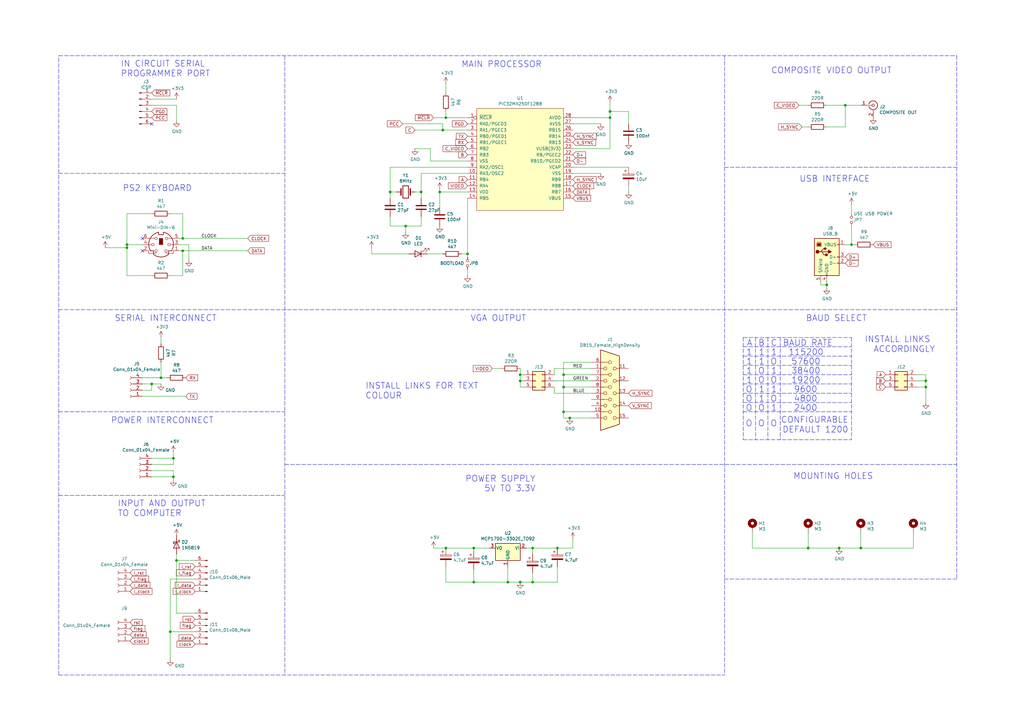
<source format=kicad_sch>
(kicad_sch (version 20211123) (generator eeschema)
  (paper "A3")
  (title_block (title "ASCII VIDEO TERMINAL") (date "2021-07-18") (rev "1.0") (company "Silicon Chip") (comment 1 "Desiged by Geoff Graham") (comment 2 "PCB by Gwyllym Suter") (comment 3 "Source code https://geoffg.net/terminal.html"))
  (lib_symbols
    (symbol "Connector:Conn_01x04_Female" (pin_names (offset 1.016) hide)
      (property "Reference" "J" (at 0 5.08 0))
      (property "Value" "Conn_01x04_Female" (at 0 -7.62 0))
      (symbol "Conn_01x04_Female_1_1"
        (pin passive line (at -5.08 2.54 0) (length 3.81) (name "Pin_1") (number "1"))
        (pin passive line (at -5.08 0 0) (length 3.81) (name "Pin_2") (number "2"))
        (pin passive line (at -5.08 -2.54 0) (length 3.81) (name "Pin_3") (number "3"))
        (pin passive line (at -5.08 -5.08 0) (length 3.81) (name "Pin_4") (number "4"))
      )
    )
    (symbol "Connector:Conn_01x06_Male" (pin_names (offset 1.016) hide)
      (property "Reference" "J" (at 0 7.62 0))
      (property "Value" "Conn_01x06_Male" (at 0 -10.16 0))
      (symbol "Conn_01x06_Male_1_1"
        (pin passive line (at 5.08 5.08 180) (length 3.81) (name "Pin_1") (number "1"))
        (pin passive line (at 5.08 2.54 180) (length 3.81) (name "Pin_2") (number "2"))
        (pin passive line (at 5.08 0 180) (length 3.81) (name "Pin_3") (number "3"))
        (pin passive line (at 5.08 -2.54 180) (length 3.81) (name "Pin_4") (number "4"))
        (pin passive line (at 5.08 -5.08 180) (length 3.81) (name "Pin_5") (number "5"))
        (pin passive line (at 5.08 -7.62 180) (length 3.81) (name "Pin_6") (number "6"))
      )
    )
    (symbol "Connector:Conn_Coaxial" (pin_names (offset 1.016) hide)
      (property "Reference" "J" (at 0.254 3.048 0))
      (property "Value" "Conn_Coaxial" (at 2.921 0 90))
      (symbol "Conn_Coaxial_1_1"
        (pin passive line (at -5.08 0 0) (length 2.54) (name "In") (number "1"))
        (pin passive line (at 0 -5.08 90) (length 2.54) (name "Ext") (number "2"))
      )
    )
    (symbol "Connector:DB15_Female_HighDensity" (pin_names (offset 1.016) hide)
      (property "Reference" "J" (at 0 21.59 0))
      (property "Value" "DB15_Female_HighDensity" (at 0 19.05 0))
      (symbol "DB15_Female_HighDensity_1_1"
        (pin passive line (at -7.62 10.16 0) (length 5.08) (name "~") (number "1"))
        (pin passive line (at -7.62 -7.62 0) (length 5.08) (name "~") (number "10"))
        (pin passive line (at 7.62 10.16 180) (length 5.08) (name "~") (number "11"))
        (pin passive line (at 7.62 5.08 180) (length 5.08) (name "~") (number "12"))
        (pin passive line (at 7.62 0 180) (length 5.08) (name "~") (number "13"))
        (pin passive line (at 7.62 -5.08 180) (length 5.08) (name "~") (number "14"))
        (pin passive line (at 7.62 -10.16 180) (length 5.08) (name "~") (number "15"))
        (pin passive line (at -7.62 5.08 0) (length 5.08) (name "~") (number "2"))
        (pin passive line (at -7.62 0 0) (length 5.08) (name "~") (number "3"))
        (pin passive line (at -7.62 -5.08 0) (length 5.08) (name "~") (number "4"))
        (pin passive line (at -7.62 -10.16 0) (length 5.08) (name "~") (number "5"))
        (pin passive line (at -7.62 12.7 0) (length 5.08) (name "~") (number "6"))
        (pin passive line (at -7.62 7.62 0) (length 5.08) (name "~") (number "7"))
        (pin passive line (at -7.62 2.54 0) (length 5.08) (name "~") (number "8"))
        (pin passive line (at -7.62 -2.54 0) (length 5.08) (name "~") (number "9"))
      )
    )
    (symbol "Connector:Mini-DIN-6" (pin_names (offset 1.016))
      (property "Reference" "J" (at 0 6.35 0))
      (property "Value" "Mini-DIN-6" (at 0 -6.35 0))
      (symbol "Mini-DIN-6_1_1"
        (pin passive line (at 7.62 -2.54 180) (length 2.54) (name "~") (number "1"))
        (pin passive line (at -7.62 -2.54 0) (length 2.54) (name "~") (number "2"))
        (pin passive line (at 7.62 0 180) (length 2.54) (name "~") (number "3"))
        (pin passive line (at -7.62 0 0) (length 2.54) (name "~") (number "4"))
        (pin passive line (at 7.62 2.54 180) (length 2.54) (name "~") (number "5"))
        (pin passive line (at -7.62 2.54 0) (length 2.54) (name "~") (number "6"))
      )
    )
    (symbol "Connector:USB_B" (pin_names (offset 1.016))
      (property "Reference" "J" (at -5.08 11.43 0))
      (property "Value" "USB_B" (at -5.08 8.89 0))
      (symbol "USB_B_1_1"
        (pin power_out line (at 7.62 5.08 180) (length 2.54) (name "VBUS") (number "1"))
        (pin bidirectional line (at 7.62 -2.54 180) (length 2.54) (name "D-") (number "2"))
        (pin bidirectional line (at 7.62 0 180) (length 2.54) (name "D+") (number "3"))
        (pin power_out line (at 0 -10.16 90) (length 2.54) (name "GND") (number "4"))
        (pin passive line (at -2.54 -10.16 90) (length 2.54) (name "Shield") (number "5"))
      )
    )
    (symbol "Connector_Generic:Conn_02x03_Odd_Even" (pin_names (offset 1.016) hide)
      (property "Reference" "J" (at 1.27 5.08 0))
      (property "Value" "Conn_02x03_Odd_Even" (at 1.27 -5.08 0))
      (symbol "Conn_02x03_Odd_Even_1_1"
        (pin passive line (at -5.08 2.54 0) (length 3.81) (name "Pin_1") (number "1"))
        (pin passive line (at 7.62 2.54 180) (length 3.81) (name "Pin_2") (number "2"))
        (pin passive line (at -5.08 0 0) (length 3.81) (name "Pin_3") (number "3"))
        (pin passive line (at 7.62 0 180) (length 3.81) (name "Pin_4") (number "4"))
        (pin passive line (at -5.08 -2.54 0) (length 3.81) (name "Pin_5") (number "5"))
        (pin passive line (at 7.62 -2.54 180) (length 3.81) (name "Pin_6") (number "6"))
      )
    )
    (symbol "Device:C" (pin_numbers hide) (pin_names (offset 0.254))
      (property "Reference" "C" (at 0.635 2.54 0))
      (property "Value" "C" (at 0.635 -2.54 0))
      (symbol "C_1_1"
        (pin passive line (at 0 3.81 270) (length 2.794) (name "~") (number "1"))
        (pin passive line (at 0 -3.81 90) (length 2.794) (name "~") (number "2"))
      )
    )
    (symbol "Device:Crystal" (pin_numbers hide) (pin_names (offset 1.016) hide)
      (property "Reference" "Y" (at 0 3.81 0))
      (property "Value" "Crystal" (at 0 -3.81 0))
      (symbol "Crystal_1_1"
        (pin passive line (at -3.81 0 0) (length 1.27) (name "1") (number "1"))
        (pin passive line (at 3.81 0 180) (length 1.27) (name "2") (number "2"))
      )
    )
    (symbol "Device:LED" (pin_numbers hide) (pin_names (offset 1.016) hide)
      (property "Reference" "D" (at 0 2.54 0))
      (property "Value" "LED" (at 0 -2.54 0))
      (symbol "LED_1_1"
        (pin passive line (at -3.81 0 0) (length 2.54) (name "K") (number "1"))
        (pin passive line (at 3.81 0 180) (length 2.54) (name "A") (number "2"))
      )
    )
    (symbol "Device:R" (pin_numbers hide) (pin_names (offset 0))
      (property "Reference" "R" (at 2.032 0 90))
      (property "Value" "R" (at 0 0 90))
      (symbol "R_1_1"
        (pin passive line (at 0 3.81 270) (length 1.27) (name "~") (number "1"))
        (pin passive line (at 0 -3.81 90) (length 1.27) (name "~") (number "2"))
      )
    )
    (symbol "Diode:1N5819" (pin_numbers hide) (pin_names (offset 1.016) hide)
      (property "Reference" "D" (at 0 2.54 0))
      (property "Value" "1N5819" (at 0 -2.54 0))
      (symbol "1N5819_1_1"
        (pin passive line (at -3.81 0 0) (length 2.54) (name "K") (number "1"))
        (pin passive line (at 3.81 0 180) (length 2.54) (name "A") (number "2"))
      )
    )
    (symbol "Mechanical:MountingHole_Pad" (pin_numbers hide) (pin_names (offset 1.016) hide)
      (property "Reference" "H" (at 0 6.35 0))
      (property "Value" "MountingHole_Pad" (at 0 4.445 0))
      (symbol "MountingHole_Pad_1_1"
        (pin input line (at 0 -2.54 90) (length 2.54) (name "1") (number "1"))
      )
    )
    (symbol "Regulator_Linear:MCP1700-3302E_TO92" (pin_names (offset 0.254))
      (property "Reference" "U" (at -3.81 -3.175 0))
      (property "Value" "MCP1700-3302E_TO92" (at 0 -3.175 0))
      (symbol "MCP1700-3302E_TO92_1_1"
        (pin power_in line (at 0 7.62 270) (length 2.54) (name "GND") (number "1"))
        (pin power_in line (at -7.62 0 0) (length 2.54) (name "VI") (number "2"))
        (pin power_out line (at 7.62 0 180) (length 2.54) (name "VO") (number "3"))
      )
    )
    (symbol "Video-terminal--rescue:+3.3V-power" (power) (pin_names (offset 0))
      (property "Value" "+3.3V-power" (at 0 3.556 0))
      (symbol "+3.3V-power_1_1"
        (pin power_in line (at 0 0 90) (length 0) hide (name "+3V3") (number "1"))
      )
    )
    (symbol "Video-terminal--rescue:CP-Device" (pin_numbers hide) (pin_names (offset 0.254))
      (property "Reference" "C" (at 0.635 2.54 0))
      (property "Value" "CP-Device" (at 0.635 -2.54 0))
      (symbol "CP-Device_1_1"
        (pin passive line (at 0 3.81 270) (length 2.794) (name "~") (number "1"))
        (pin passive line (at 0 -3.81 90) (length 2.794) (name "~") (number "2"))
      )
    )
    (symbol "Video-terminal--rescue:Jumper_NO_Small-Device" (pin_numbers hide) (pin_names (offset 0.762) hide)
      (property "Reference" "JP" (at 0 2.032 0))
      (property "Value" "Jumper_NO_Small-Device" (at 0.254 -1.524 0))
      (symbol "Jumper_NO_Small-Device_0_1"
        (pin passive line (at -2.54 0 0) (length 1.016) (name "1") (number "1"))
        (pin passive line (at 2.54 0 180) (length 1.016) (name "2") (number "2"))
      )
    )
    (symbol "Video-terminal--rescue:PIC32MX250F128B-EDUC-8" (pin_names (offset 1.016))
      (property "Reference" "U" (at 0 0 0))
      (property "Value" "PIC32MX250F128B-EDUC-8" (at -11.43 21.59 0))
      (symbol "PIC32MX250F128B-EDUC-8_1_1"
        (pin input inverted (at -21.59 16.51 0) (length 3.81) (name "~{MCLR}") (number "1"))
        (pin input line (at -21.59 -6.35 0) (length 3.81) (name "RA3/OSC2") (number "10"))
        (pin input line (at -21.59 -8.89 0) (length 3.81) (name "RB4") (number "11"))
        (pin input line (at -21.59 -11.43 0) (length 3.81) (name "RA4") (number "12"))
        (pin input line (at -21.59 -13.97 0) (length 3.81) (name "VDD") (number "13"))
        (pin input line (at -21.59 -16.51 0) (length 3.81) (name "RB5") (number "14"))
        (pin input line (at 21.59 -16.51 180) (length 3.81) (name "VBUS") (number "15"))
        (pin input line (at 21.59 -13.97 180) (length 3.81) (name "RB7") (number "16"))
        (pin input line (at 21.59 -11.43 180) (length 3.81) (name "RB8") (number "17"))
        (pin input line (at 21.59 -8.89 180) (length 3.81) (name "RB9") (number "18"))
        (pin input line (at 21.59 -6.35 180) (length 3.81) (name "VSS") (number "19"))
        (pin input line (at -21.59 13.97 0) (length 3.81) (name "RA0/PGED3") (number "2"))
        (pin input line (at 21.59 -3.81 180) (length 3.81) (name "VCAP") (number "20"))
        (pin input line (at 21.59 -1.27 180) (length 3.81) (name "RB10/PGED2") (number "21"))
        (pin input line (at 21.59 1.27 180) (length 3.81) (name "RB/PGEC2") (number "22"))
        (pin input line (at 21.59 3.81 180) (length 3.81) (name "VUSB(3V3)") (number "23"))
        (pin input line (at 21.59 6.35 180) (length 3.81) (name "RB13") (number "24"))
        (pin input line (at 21.59 8.89 180) (length 3.81) (name "RB14") (number "25"))
        (pin input line (at 21.59 11.43 180) (length 3.81) (name "RB15") (number "26"))
        (pin input line (at 21.59 13.97 180) (length 3.81) (name "AVSS") (number "27"))
        (pin input line (at 21.59 16.51 180) (length 3.81) (name "AVDD") (number "28"))
        (pin input line (at -21.59 11.43 0) (length 3.81) (name "RA1/PGEC3") (number "3"))
        (pin input line (at -21.59 8.89 0) (length 3.81) (name "RB0/PGED1") (number "4"))
        (pin input line (at -21.59 6.35 0) (length 3.81) (name "RB1/PGEC1") (number "5"))
        (pin input line (at -21.59 3.81 0) (length 3.81) (name "RB2") (number "6"))
        (pin input line (at -21.59 1.27 0) (length 3.81) (name "RB3") (number "7"))
        (pin input line (at -21.59 -1.27 0) (length 3.81) (name "VSS") (number "8"))
        (pin input line (at -21.59 -3.81 0) (length 3.81) (name "RA2/OSC1") (number "9"))
      )
    )
    (symbol "power:+5V" (power) (pin_names (offset 0))
      (property "Value" "+5V" (at 0 3.556 0))
      (symbol "+5V_1_1"
        (pin power_in line (at 0 0 90) (length 0) hide (name "+5V") (number "1"))
      )
    )
    (symbol "power:GND" (power) (pin_names (offset 0))
      (property "Value" "GND" (at 0 -3.81 0))
      (symbol "GND_1_1"
        (pin power_in line (at 0 0 270) (length 0) hide (name "GND") (number "1"))
      )
    )
  )
  (junction (at 74.93 102.87))
  (junction (at 379.73 158.75))
  (junction (at 69.85 259.08))
  (junction (at 166.37 92.71))
  (junction (at 339.09 116.84))
  (junction (at 194.31 238.76))
  (junction (at 218.44 238.76))
  (junction (at 182.88 224.79))
  (junction (at 180.34 78.74))
  (junction (at 52.07 100.33))
  (junction (at 250.19 48.26))
  (junction (at 228.6 224.79))
  (junction (at 172.72 78.74))
  (junction (at 71.12 187.96))
  (junction (at 231.14 168.91))
  (junction (at 353.06 224.79))
  (junction (at 379.73 156.21))
  (junction (at 52.07 101.6))
  (junction (at 194.31 224.79))
  (junction (at 231.14 158.75))
  (junction (at 182.88 48.26))
  (junction (at 213.36 153.67))
  (junction (at 331.47 224.79))
  (junction (at 233.68 171.45))
  (junction (at 191.77 104.14))
  (junction (at 72.39 229.87))
  (junction (at 250.19 45.72))
  (junction (at 346.71 43.18))
  (junction (at 349.25 100.33))
  (junction (at 66.04 154.94))
  (junction (at 218.44 224.79))
  (junction (at 74.93 97.79))
  (junction (at 344.17 224.79))
  (junction (at 208.28 238.76))
  (junction (at 71.12 195.58))
  (junction (at 213.36 238.76))
  (junction (at 231.14 153.67))
  (junction (at 181.61 53.34))
  (junction (at 62.23 157.48))
  (junction (at 160.02 78.74))
  (junction (at 213.36 156.21))
  (no_connect (at 58.42 97.79))
  (no_connect (at 58.42 102.87))
  (no_connect (at 62.23 50.8))
  (wire (pts (xy 62.23 40.64) (xy 72.39 40.64)))
  (wire (pts (xy 71.12 187.96) (xy 71.12 185.42)))
  (wire (pts (xy 349.25 92.71) (xy 349.25 100.33)))
  (wire (pts (xy 62.23 157.48) (xy 66.04 157.48)))
  (wire (pts (xy 234.95 68.58) (xy 257.81 68.58)))
  (wire (pts (xy 176.53 66.04) (xy 176.53 60.96)))
  (wire (pts (xy 166.37 95.25) (xy 166.37 92.71)))
  (polyline (pts (xy 304.8 142.24) (xy 349.25 142.24)))
  (wire (pts (xy 379.73 156.21) (xy 379.73 158.75)))
  (wire (pts (xy 214.63 156.21) (xy 213.36 156.21)))
  (wire (pts (xy 71.12 193.04) (xy 71.12 195.58)))
  (wire (pts (xy 69.85 259.08) (xy 69.85 270.51)))
  (wire (pts (xy 194.31 226.06) (xy 194.31 224.79)))
  (wire (pts (xy 62.23 190.5) (xy 71.12 190.5)))
  (wire (pts (xy 66.04 154.94) (xy 58.42 154.94)))
  (wire (pts (xy 182.88 224.79) (xy 194.31 224.79)))
  (wire (pts (xy 327.66 43.18) (xy 331.47 43.18)))
  (wire (pts (xy 213.36 158.75) (xy 214.63 158.75)))
  (wire (pts (xy 218.44 224.79) (xy 215.9 224.79)))
  (polyline (pts (xy 24.13 22.86) (xy 392.43 22.86)))
  (wire (pts (xy 257.81 76.2) (xy 257.81 78.74)))
  (wire (pts (xy 214.63 153.67) (xy 213.36 153.67)))
  (wire (pts (xy 80.01 229.87) (xy 72.39 229.87)))
  (wire (pts (xy 250.19 48.26) (xy 250.19 60.96)))
  (wire (pts (xy 77.47 100.33) (xy 77.47 106.68)))
  (polyline (pts (xy 304.8 165.1) (xy 349.25 165.1)))
  (wire (pts (xy 194.31 238.76) (xy 208.28 238.76)))
  (wire (pts (xy 69.85 113.03) (xy 74.93 113.03)))
  (wire (pts (xy 52.07 100.33) (xy 58.42 100.33)))
  (wire (pts (xy 182.88 48.26) (xy 177.8 48.26)))
  (wire (pts (xy 308.61 224.79) (xy 331.47 224.79)))
  (wire (pts (xy 71.12 195.58) (xy 71.12 196.85)))
  (wire (pts (xy 191.77 71.12) (xy 172.72 71.12)))
  (wire (pts (xy 213.36 151.13) (xy 213.36 153.67)))
  (polyline (pts (xy 297.18 22.86) (xy 297.18 276.86)))
  (wire (pts (xy 76.2 162.56) (xy 58.42 162.56)))
  (wire (pts (xy 74.93 113.03) (xy 74.93 102.87)))
  (wire (pts (xy 62.23 160.02) (xy 58.42 160.02)))
  (wire (pts (xy 257.81 45.72) (xy 257.81 50.8)))
  (wire (pts (xy 191.77 68.58) (xy 160.02 68.58)))
  (wire (pts (xy 250.19 41.91) (xy 250.19 45.72)))
  (wire (pts (xy 69.85 87.63) (xy 74.93 87.63)))
  (wire (pts (xy 346.71 43.18) (xy 353.06 43.18)))
  (polyline (pts (xy 24.13 127) (xy 392.43 127)))
  (wire (pts (xy 250.19 45.72) (xy 250.19 48.26)))
  (wire (pts (xy 191.77 104.14) (xy 191.77 105.41)))
  (wire (pts (xy 234.95 48.26) (xy 250.19 48.26)))
  (wire (pts (xy 80.01 237.49) (xy 69.85 237.49)))
  (wire (pts (xy 353.06 224.79) (xy 374.65 224.79)))
  (wire (pts (xy 379.73 153.67) (xy 379.73 156.21)))
  (wire (pts (xy 194.31 233.68) (xy 194.31 238.76)))
  (wire (pts (xy 176.53 60.96) (xy 170.18 60.96)))
  (wire (pts (xy 71.12 190.5) (xy 71.12 187.96)))
  (wire (pts (xy 375.92 153.67) (xy 379.73 153.67)))
  (wire (pts (xy 72.39 229.87) (xy 72.39 251.46)))
  (wire (pts (xy 375.92 156.21) (xy 379.73 156.21)))
  (wire (pts (xy 339.09 52.07) (xy 346.71 52.07)))
  (wire (pts (xy 227.33 161.29) (xy 242.57 161.29)))
  (polyline (pts (xy 349.25 138.43) (xy 349.25 180.34)))
  (wire (pts (xy 228.6 238.76) (xy 228.6 232.41)))
  (polyline (pts (xy 297.18 68.58) (xy 392.43 68.58)))
  (wire (pts (xy 172.72 78.74) (xy 172.72 81.28)))
  (wire (pts (xy 218.44 238.76) (xy 228.6 238.76)))
  (wire (pts (xy 182.88 48.26) (xy 191.77 48.26)))
  (polyline (pts (xy 116.84 190.5) (xy 392.43 190.5)))
  (wire (pts (xy 160.02 92.71) (xy 166.37 92.71)))
  (wire (pts (xy 160.02 68.58) (xy 160.02 78.74)))
  (polyline (pts (xy 392.43 22.86) (xy 392.43 237.49)))
  (wire (pts (xy 242.57 158.75) (xy 231.14 158.75)))
  (wire (pts (xy 191.77 110.49) (xy 191.77 113.03)))
  (wire (pts (xy 58.42 157.48) (xy 62.23 157.48)))
  (wire (pts (xy 201.93 151.13) (xy 205.74 151.13)))
  (wire (pts (xy 182.88 34.29) (xy 182.88 38.1)))
  (wire (pts (xy 160.02 78.74) (xy 160.02 81.28)))
  (wire (pts (xy 180.34 78.74) (xy 180.34 77.47)))
  (wire (pts (xy 339.09 43.18) (xy 346.71 43.18)))
  (wire (pts (xy 181.61 104.14) (xy 175.26 104.14)))
  (wire (pts (xy 62.23 113.03) (xy 52.07 113.03)))
  (wire (pts (xy 72.39 43.18) (xy 72.39 49.53)))
  (polyline (pts (xy 116.84 22.86) (xy 116.84 276.86)))
  (polyline (pts (xy 304.8 138.43) (xy 349.25 138.43)))
  (wire (pts (xy 66.04 148.59) (xy 66.04 154.94)))
  (wire (pts (xy 218.44 234.95) (xy 218.44 238.76)))
  (wire (pts (xy 69.85 237.49) (xy 69.85 259.08)))
  (wire (pts (xy 74.93 87.63) (xy 74.93 97.79)))
  (wire (pts (xy 379.73 158.75) (xy 379.73 165.1)))
  (wire (pts (xy 331.47 224.79) (xy 344.17 224.79)))
  (wire (pts (xy 218.44 227.33) (xy 218.44 224.79)))
  (wire (pts (xy 80.01 259.08) (xy 69.85 259.08)))
  (polyline (pts (xy 24.13 168.91) (xy 116.84 168.91)))
  (polyline (pts (xy 304.8 161.29) (xy 349.25 161.29)))
  (wire (pts (xy 349.25 100.33) (xy 350.52 100.33)))
  (wire (pts (xy 227.33 151.13) (xy 242.57 151.13)))
  (polyline (pts (xy 392.43 237.49) (xy 297.18 237.49)))
  (wire (pts (xy 208.28 232.41) (xy 208.28 238.76)))
  (wire (pts (xy 166.37 92.71) (xy 172.72 92.71)))
  (polyline (pts (xy 24.13 276.86) (xy 297.18 276.86)))
  (wire (pts (xy 182.88 45.72) (xy 182.88 48.26)))
  (wire (pts (xy 231.14 153.67) (xy 231.14 148.59)))
  (polyline (pts (xy 24.13 203.2) (xy 116.84 203.2)))
  (wire (pts (xy 62.23 187.96) (xy 71.12 187.96)))
  (polyline (pts (xy 314.96 138.43) (xy 314.96 180.34)))
  (polyline (pts (xy 304.8 149.86) (xy 349.25 149.86)))
  (wire (pts (xy 242.57 153.67) (xy 231.14 153.67)))
  (wire (pts (xy 331.47 218.44) (xy 331.47 224.79)))
  (polyline (pts (xy 304.8 153.67) (xy 349.25 153.67)))
  (wire (pts (xy 246.38 50.8) (xy 234.95 50.8)))
  (wire (pts (xy 189.23 104.14) (xy 191.77 104.14)))
  (wire (pts (xy 152.4 104.14) (xy 167.64 104.14)))
  (polyline (pts (xy 320.04 138.43) (xy 320.04 180.34)))
  (polyline (pts (xy 304.8 168.91) (xy 349.25 168.91)))
  (wire (pts (xy 375.92 158.75) (xy 379.73 158.75)))
  (wire (pts (xy 160.02 78.74) (xy 162.56 78.74)))
  (wire (pts (xy 191.77 66.04) (xy 176.53 66.04)))
  (wire (pts (xy 165.1 50.8) (xy 181.61 50.8)))
  (polyline (pts (xy 304.8 138.43) (xy 304.8 180.34)))
  (wire (pts (xy 182.88 238.76) (xy 194.31 238.76)))
  (wire (pts (xy 182.88 232.41) (xy 182.88 238.76)))
  (wire (pts (xy 180.34 78.74) (xy 180.34 85.09)))
  (wire (pts (xy 62.23 195.58) (xy 71.12 195.58)))
  (wire (pts (xy 328.93 52.07) (xy 331.47 52.07)))
  (wire (pts (xy 234.95 224.79) (xy 228.6 224.79)))
  (wire (pts (xy 177.8 224.79) (xy 182.88 224.79)))
  (wire (pts (xy 231.14 148.59) (xy 242.57 148.59)))
  (wire (pts (xy 336.55 116.84) (xy 339.09 116.84)))
  (wire (pts (xy 160.02 88.9) (xy 160.02 92.71)))
  (wire (pts (xy 52.07 87.63) (xy 52.07 100.33)))
  (wire (pts (xy 172.72 92.71) (xy 172.72 88.9)))
  (wire (pts (xy 346.71 100.33) (xy 349.25 100.33)))
  (wire (pts (xy 344.17 224.79) (xy 353.06 224.79)))
  (wire (pts (xy 74.93 97.79) (xy 73.66 97.79)))
  (wire (pts (xy 233.68 171.45) (xy 231.14 171.45)))
  (wire (pts (xy 74.93 102.87) (xy 73.66 102.87)))
  (wire (pts (xy 208.28 238.76) (xy 213.36 238.76)))
  (wire (pts (xy 74.93 102.87) (xy 101.6 102.87)))
  (polyline (pts (xy 304.8 146.05) (xy 349.25 146.05)))
  (polyline (pts (xy 304.8 157.48) (xy 349.25 157.48)))
  (wire (pts (xy 62.23 193.04) (xy 71.12 193.04)))
  (wire (pts (xy 213.36 153.67) (xy 213.36 156.21)))
  (wire (pts (xy 231.14 158.75) (xy 231.14 153.67)))
  (polyline (pts (xy 24.13 71.12) (xy 116.84 71.12)))
  (wire (pts (xy 172.72 78.74) (xy 170.18 78.74)))
  (wire (pts (xy 172.72 71.12) (xy 172.72 78.74)))
  (wire (pts (xy 308.61 218.44) (xy 308.61 224.79)))
  (wire (pts (xy 339.09 116.84) (xy 339.09 118.11)))
  (wire (pts (xy 228.6 224.79) (xy 218.44 224.79)))
  (wire (pts (xy 52.07 101.6) (xy 43.18 101.6)))
  (wire (pts (xy 234.95 220.98) (xy 234.95 224.79)))
  (wire (pts (xy 213.36 238.76) (xy 218.44 238.76)))
  (wire (pts (xy 66.04 154.94) (xy 68.58 154.94)))
  (wire (pts (xy 246.38 71.12) (xy 234.95 71.12)))
  (wire (pts (xy 242.57 171.45) (xy 233.68 171.45)))
  (wire (pts (xy 191.77 78.74) (xy 180.34 78.74)))
  (wire (pts (xy 194.31 224.79) (xy 200.66 224.79)))
  (wire (pts (xy 339.09 115.57) (xy 339.09 116.84)))
  (wire (pts (xy 336.55 115.57) (xy 336.55 116.84)))
  (wire (pts (xy 62.23 43.18) (xy 72.39 43.18)))
  (wire (pts (xy 52.07 113.03) (xy 52.07 101.6)))
  (wire (pts (xy 74.93 97.79) (xy 101.6 97.79)))
  (wire (pts (xy 72.39 227.33) (xy 72.39 229.87)))
  (wire (pts (xy 73.66 100.33) (xy 77.47 100.33)))
  (wire (pts (xy 80.01 251.46) (xy 72.39 251.46)))
  (wire (pts (xy 152.4 101.6) (xy 152.4 104.14)))
  (wire (pts (xy 62.23 87.63) (xy 52.07 87.63)))
  (polyline (pts (xy 24.13 276.86) (xy 24.13 22.86)))
  (wire (pts (xy 181.61 50.8) (xy 181.61 53.34)))
  (wire (pts (xy 353.06 218.44) (xy 353.06 224.79)))
  (wire (pts (xy 231.14 168.91) (xy 231.14 158.75)))
  (wire (pts (xy 66.04 138.43) (xy 66.04 140.97)))
  (wire (pts (xy 346.71 52.07) (xy 346.71 43.18)))
  (wire (pts (xy 227.33 161.29) (xy 227.33 158.75)))
  (wire (pts (xy 250.19 60.96) (xy 234.95 60.96)))
  (wire (pts (xy 242.57 168.91) (xy 231.14 168.91)))
  (wire (pts (xy 374.65 224.79) (xy 374.65 218.44)))
  (wire (pts (xy 227.33 151.13) (xy 227.33 153.67)))
  (wire (pts (xy 349.25 87.63) (xy 349.25 83.82)))
  (wire (pts (xy 213.36 156.21) (xy 213.36 158.75)))
  (wire (pts (xy 250.19 45.72) (xy 257.81 45.72)))
  (wire (pts (xy 181.61 53.34) (xy 191.77 53.34)))
  (wire (pts (xy 227.33 156.21) (xy 242.57 156.21)))
  (wire (pts (xy 62.23 157.48) (xy 62.23 160.02)))
  (polyline (pts (xy 304.8 180.34) (xy 349.25 180.34)))
  (wire (pts (xy 231.14 171.45) (xy 231.14 168.91)))
  (polyline (pts (xy 309.88 138.43) (xy 309.88 180.34)))
  (wire (pts (xy 52.07 101.6) (xy 52.07 100.33)))
  (wire (pts (xy 170.18 53.34) (xy 181.61 53.34)))
  (wire (pts (xy 191.77 81.28) (xy 191.77 104.14)))
  (text "1" (at 318.77 153.67 180) (effects (font (size 2.4892 2.4892)) (justify right bottom)))
  (text "9600" (at 335.28 161.29 180) (effects (font (size 2.4892 2.4892)) (justify right bottom)))
  (text "O" (at 318.77 149.86 180) (effects (font (size 2.4892 2.4892)) (justify right bottom)))
  (text "1" (at 308.61 153.67 180) (effects (font (size 2.4892 2.4892)) (justify right bottom)))
  (text "1" (at 313.69 161.29 180) (effects (font (size 2.4892 2.4892)) (justify right bottom)))
  (text "MOUNTING HOLES\n" (at 358.14 196.85 180) (effects (font (size 2.4892 2.4892)) (justify right bottom)))
  (text "O" (at 318.77 157.48 180) (effects (font (size 2.4892 2.4892)) (justify right bottom)))
  (text "INSTALL LINKS FOR TEXT \nCOLOUR  \n" (at 149.86 163.83 0) (effects (font (size 2.4892 2.4892)) (justify left bottom)))
  (text "O" (at 313.69 153.67 180) (effects (font (size 2.4892 2.4892)) (justify right bottom)))
  (text "1" (at 308.61 157.48 180) (effects (font (size 2.4892 2.4892)) (justify right bottom)))
  (text "SERIAL INTERCONNECT" (at 88.9 132.08 180) (effects (font (size 2.4892 2.4892)) (justify right bottom)))
  (text "1" (at 313.69 149.86 180) (effects (font (size 2.4892 2.4892)) (justify right bottom)))
  (text "O" (at 308.61 168.91 180) (effects (font (size 2.4892 2.4892)) (justify right bottom)))
  (text "1" (at 308.61 146.05 180) (effects (font (size 2.4892 2.4892)) (justify right bottom)))
  (text "1" (at 318.77 146.05 180) (effects (font (size 2.4892 2.4892)) (justify right bottom)))
  (text "19200" (at 336.55 157.48 180) (effects (font (size 2.4892 2.4892)) (justify right bottom)))
  (text "1" (at 313.69 165.1 180) (effects (font (size 2.4892 2.4892)) (justify right bottom)))
  (text "1" (at 318.77 168.91 180) (effects (font (size 2.4892 2.4892)) (justify right bottom)))
  (text "MAIN PROCESSOR" (at 222.25 27.94 180) (effects (font (size 2.4892 2.4892)) (justify right bottom)))
  (text "VGA OUTPUT" (at 215.9 132.08 180) (effects (font (size 2.4892 2.4892)) (justify right bottom)))
  (text "INPUT AND OUTPUT\nTO COMPUTER" (at 48.26 212.09 0) (effects (font (size 2.4892 2.4892)) (justify left bottom)))
  (text "O" (at 313.69 175.26 180) (effects (font (size 2.4892 2.4892)) (justify right bottom)))
  (text "O" (at 313.69 168.91 180) (effects (font (size 2.4892 2.4892)) (justify right bottom)))
  (text "BAUD RATE" (at 341.63 142.24 180) (effects (font (size 2.4892 2.4892)) (justify right bottom)))
  (text "A" (at 308.61 142.24 180) (effects (font (size 2.4892 2.4892)) (justify right bottom)))
  (text "POWER SUPPLY\n5V TO 3.3V" (at 219.71 201.93 180) (effects (font (size 2.4892 2.4892)) (justify right bottom)))
  (text "1" (at 318.77 161.29 180) (effects (font (size 2.4892 2.4892)) (justify right bottom)))
  (text "O" (at 308.61 175.26 180) (effects (font (size 2.4892 2.4892)) (justify right bottom)))
  (text "BAUD SELECT" (at 355.6 132.08 180) (effects (font (size 2.4892 2.4892)) (justify right bottom)))
  (text "USB INTERFACE" (at 356.87 74.93 180) (effects (font (size 2.4892 2.4892)) (justify right bottom)))
  (text "1" (at 308.61 149.86 180) (effects (font (size 2.4892 2.4892)) (justify right bottom)))
  (text "COMPOSITE VIDEO OUTPUT" (at 365.76 30.48 180) (effects (font (size 2.4892 2.4892)) (justify right bottom)))
  (text "O" (at 318.77 165.1 180) (effects (font (size 2.4892 2.4892)) (justify right bottom)))
  (text "O" (at 318.77 175.26 180) (effects (font (size 2.4892 2.4892)) (justify right bottom)))
  (text "CONFIGURABLE\nDEFAULT 1200" (at 347.98 177.8 180) (effects (font (size 2.4892 2.4892)) (justify right bottom)))
  (text "38400" (at 336.55 153.67 180) (effects (font (size 2.4892 2.4892)) (justify right bottom)))
  (text "115200" (at 337.82 146.05 180) (effects (font (size 2.4892 2.4892)) (justify right bottom)))
  (text "57600" (at 336.55 149.86 180) (effects (font (size 2.4892 2.4892)) (justify right bottom)))
  (text "O" (at 308.61 165.1 180) (effects (font (size 2.4892 2.4892)) (justify right bottom)))
  (text "1" (at 313.69 146.05 180) (effects (font (size 2.4892 2.4892)) (justify right bottom)))
  (text "C" (at 318.77 142.24 180) (effects (font (size 2.4892 2.4892)) (justify right bottom)))
  (text "O" (at 308.61 161.29 180) (effects (font (size 2.4892 2.4892)) (justify right bottom)))
  (text "POWER INTERCONNECT" (at 87.63 173.99 180) (effects (font (size 2.4892 2.4892)) (justify right bottom)))
  (text "4800" (at 335.28 165.1 180) (effects (font (size 2.4892 2.4892)) (justify right bottom)))
  (text "2400" (at 335.28 168.91 180) (effects (font (size 2.4892 2.4892)) (justify right bottom)))
  (text "INSTALL LINKS \nACCORDINGLY" (at 383.54 144.78 180) (effects (font (size 2.4892 2.4892)) (justify right bottom)))
  (text "B" (at 313.69 142.24 180) (effects (font (size 2.4892 2.4892)) (justify right bottom)))
  (text "O" (at 313.69 157.48 180) (effects (font (size 2.4892 2.4892)) (justify right bottom)))
  (text "PS2 KEYBOARD" (at 78.74 78.74 180) (effects (font (size 2.4892 2.4892)) (justify right bottom)))
  (text "IN CIRCUIT SERIAL \nPROGRAMMER PORT" (at 49.53 31.75 0) (effects (font (size 2.4892 2.4892)) (justify left bottom)))
  (label "BLUE" (at 234.95 161.29 0))
  (label "DATA" (at 82.55 102.87 0))
  (label "GREEN" (at 234.95 156.21 0))
  (label "CLOCK" (at 82.55 97.79 0))
  (label "RED" (at 234.95 151.13 0))
  (global_label "PCC" (shape input) (at 62.23 48.26 0) (property "Intersheet References" "${INTERSHEET_REFS}" (effects hide)))
  (global_label "clock" (shape input) (at 53.34 262.89 0) (property "Intersheet References" "${INTERSHEET_REFS}" (effects hide)))
  (global_label "clock" (shape input) (at 80.01 264.16 180) (property "Intersheet References" "${INTERSHEET_REFS}" (effects hide)))
  (global_label "I_clock" (shape input) (at 80.01 242.57 180) (property "Intersheet References" "${INTERSHEET_REFS}" (effects hide)))
  (global_label "V_SYNC" (shape input) (at 257.81 166.37 0) (property "Intersheet References" "${INTERSHEET_REFS}" (effects hide)))
  (global_label "D-" (shape input) (at 346.71 107.95 0) (property "Intersheet References" "${INTERSHEET_REFS}" (effects hide)))
  (global_label "~{MCLR}" (shape input) (at 177.8 48.26 180) (property "Intersheet References" "${INTERSHEET_REFS}" (effects hide)))
  (global_label "I_rst" (shape input) (at 53.34 234.95 0) (property "Intersheet References" "${INTERSHEET_REFS}" (effects hide)))
  (global_label "CLOCK" (shape input) (at 101.6 97.79 0) (property "Intersheet References" "${INTERSHEET_REFS}" (effects hide)))
  (global_label "RX" (shape input) (at 191.77 58.42 180) (property "Intersheet References" "${INTERSHEET_REFS}" (effects hide)))
  (global_label "flag" (shape input) (at 53.34 257.81 0) (property "Intersheet References" "${INTERSHEET_REFS}" (effects hide)))
  (global_label "DATA" (shape input) (at 101.6 102.87 0) (property "Intersheet References" "${INTERSHEET_REFS}" (effects hide)))
  (global_label "PGD" (shape input) (at 62.23 45.72 0) (property "Intersheet References" "${INTERSHEET_REFS}" (effects hide)))
  (global_label "I_rst" (shape input) (at 80.01 232.41 180) (property "Intersheet References" "${INTERSHEET_REFS}" (effects hide)))
  (global_label "DATA" (shape input) (at 234.95 78.74 0) (property "Intersheet References" "${INTERSHEET_REFS}" (effects hide)))
  (global_label "H_SYNC" (shape input) (at 328.93 52.07 180) (property "Intersheet References" "${INTERSHEET_REFS}" (effects hide)))
  (global_label "A" (shape input) (at 191.77 73.66 180) (property "Intersheet References" "${INTERSHEET_REFS}" (effects hide)))
  (global_label "V_SYNC" (shape input) (at 234.95 58.42 0) (property "Intersheet References" "${INTERSHEET_REFS}" (effects hide)))
  (global_label "CLOCK" (shape input) (at 234.95 76.2 0) (property "Intersheet References" "${INTERSHEET_REFS}" (effects hide)))
  (global_label "H_SYNC" (shape input) (at 257.81 161.29 0) (property "Intersheet References" "${INTERSHEET_REFS}" (effects hide)))
  (global_label "rst" (shape input) (at 53.34 255.27 0) (property "Intersheet References" "${INTERSHEET_REFS}" (effects hide)))
  (global_label "H_SYNC" (shape input) (at 234.95 73.66 0) (property "Intersheet References" "${INTERSHEET_REFS}" (effects hide)))
  (global_label "C" (shape input) (at 363.22 158.75 180) (property "Intersheet References" "${INTERSHEET_REFS}" (effects hide)))
  (global_label "C_VIDEO" (shape input) (at 327.66 43.18 180) (property "Intersheet References" "${INTERSHEET_REFS}" (effects hide)))
  (global_label "data" (shape input) (at 80.01 261.62 180) (property "Intersheet References" "${INTERSHEET_REFS}" (effects hide)))
  (global_label "PCC" (shape input) (at 165.1 50.8 180) (property "Intersheet References" "${INTERSHEET_REFS}" (effects hide)))
  (global_label "flag" (shape input) (at 80.01 256.54 180) (property "Intersheet References" "${INTERSHEET_REFS}" (effects hide)))
  (global_label "VIDEO" (shape input) (at 191.77 76.2 180) (property "Intersheet References" "${INTERSHEET_REFS}" (effects hide)))
  (global_label "~{MCLR}" (shape input) (at 62.23 38.1 0) (property "Intersheet References" "${INTERSHEET_REFS}" (effects hide)))
  (global_label "I_clock" (shape input) (at 53.34 242.57 0) (property "Intersheet References" "${INTERSHEET_REFS}" (effects hide)))
  (global_label "H_SYNC" (shape input) (at 234.95 55.88 0) (property "Intersheet References" "${INTERSHEET_REFS}" (effects hide)))
  (global_label "PGD" (shape input) (at 191.77 50.8 180) (property "Intersheet References" "${INTERSHEET_REFS}" (effects hide)))
  (global_label "rst" (shape input) (at 80.01 254 180) (property "Intersheet References" "${INTERSHEET_REFS}" (effects hide)))
  (global_label "I_flag" (shape input) (at 80.01 234.95 180) (property "Intersheet References" "${INTERSHEET_REFS}" (effects hide)))
  (global_label "D-" (shape input) (at 234.95 66.04 0) (property "Intersheet References" "${INTERSHEET_REFS}" (effects hide)))
  (global_label "D+" (shape input) (at 234.95 63.5 0) (property "Intersheet References" "${INTERSHEET_REFS}" (effects hide)))
  (global_label "VBUS" (shape input) (at 358.14 100.33 0) (property "Intersheet References" "${INTERSHEET_REFS}" (effects hide)))
  (global_label "B" (shape input) (at 363.22 156.21 180) (property "Intersheet References" "${INTERSHEET_REFS}" (effects hide)))
  (global_label "VBUS" (shape input) (at 234.95 81.28 0) (property "Intersheet References" "${INTERSHEET_REFS}" (effects hide)))
  (global_label "D+" (shape input) (at 346.71 105.41 0) (property "Intersheet References" "${INTERSHEET_REFS}" (effects hide)))
  (global_label "TX" (shape input) (at 191.77 55.88 180) (property "Intersheet References" "${INTERSHEET_REFS}" (effects hide)))
  (global_label "TX" (shape input) (at 76.2 162.56 0) (property "Intersheet References" "${INTERSHEET_REFS}" (effects hide)))
  (global_label "C" (shape input) (at 170.18 53.34 180) (property "Intersheet References" "${INTERSHEET_REFS}" (effects hide)))
  (global_label "B" (shape input) (at 191.77 63.5 180) (property "Intersheet References" "${INTERSHEET_REFS}" (effects hide)))
  (global_label "A" (shape input) (at 363.22 153.67 180) (property "Intersheet References" "${INTERSHEET_REFS}" (effects hide)))
  (global_label "I_data" (shape input) (at 80.01 240.03 180) (property "Intersheet References" "${INTERSHEET_REFS}" (effects hide)))
  (global_label "data" (shape input) (at 53.34 260.35 0) (property "Intersheet References" "${INTERSHEET_REFS}" (effects hide)))
  (global_label "VIDEO" (shape input) (at 201.93 151.13 180) (property "Intersheet References" "${INTERSHEET_REFS}" (effects hide)))
  (global_label "I_data" (shape input) (at 53.34 240.03 0) (property "Intersheet References" "${INTERSHEET_REFS}" (effects hide)))
  (global_label "RX" (shape input) (at 76.2 154.94 0) (property "Intersheet References" "${INTERSHEET_REFS}" (effects hide)))
  (global_label "C_VIDEO" (shape input) (at 191.77 60.96 180) (property "Intersheet References" "${INTERSHEET_REFS}" (effects hide)))
  (global_label "I_flag" (shape input) (at 53.34 237.49 0) (property "Intersheet References" "${INTERSHEET_REFS}" (effects hide)))
  (symbol (lib_id "Video-terminal--rescue:PIC32MX250F128B-EDUC-8") (at 213.36 64.77 0) (unit 1)
    (property "Reference" "U1" (at 213.36 40.259 0))
    (property "Value" "PIC32MX250F128B" (at 213.36 42.5704 0))
    (property "Footprint" "Package_DIP:DIP-28_W7.62mm" (effects hide))
  )
  (symbol (lib_id "Device:R") (at 209.55 151.13 270) (unit 1)
    (property "Reference" "R3" (at 209.55 145.8722 90))
    (property "Value" "22OR" (at 209.55 148.1836 90))
    (property "Footprint" "Resistor_THT:R_Axial_DIN0207_L6.3mm_D2.5mm_P10.16mm_Horizontal" (effects hide))
  )
  (symbol (lib_id "Connector:Conn_Coaxial") (at 358.14 43.18 0) (unit 1)
    (property "Reference" "J2" (at 360.68 43.815 0) (effects (justify left)))
    (property "Value" "COMPOSITE OUT" (at 360.68 46.1264 0) (effects (justify left)))
    (property "Footprint" "Connector_Coaxial:BNC_Amphenol_031-6575_Horizontal" (effects hide))
    (property "Datasheet" " ~" (effects hide))
  )
  (symbol (lib_id "Device:R") (at 335.28 43.18 270) (unit 1)
    (property "Reference" "R4" (at 335.28 37.9222 90))
    (property "Value" "22OR" (at 335.28 40.2336 90))
    (property "Footprint" "Resistor_THT:R_Axial_DIN0207_L6.3mm_D2.5mm_P10.16mm_Horizontal" (effects hide))
  )
  (symbol (lib_id "Device:R") (at 335.28 52.07 270) (unit 1)
    (property "Reference" "R5" (at 335.28 46.8122 90))
    (property "Value" "22OR" (at 335.28 49.1236 90))
    (property "Footprint" "Resistor_THT:R_Axial_DIN0207_L6.3mm_D2.5mm_P10.16mm_Horizontal" (effects hide))
  )
  (symbol (lib_id "Connector:Conn_01x06_Male") (at 57.15 43.18 0) (unit 1)
    (property "Reference" "J3" (at 59.8932 33.5026 0))
    (property "Value" "ICSP" (at 59.8932 35.814 0))
    (property "Footprint" "Connector_PinHeader_2.54mm:PinHeader_1x06_P2.54mm_Vertical" (effects hide))
  )
  (symbol (lib_id "Device:R") (at 182.88 41.91 180) (unit 1)
    (property "Reference" "R6" (at 188.1378 41.91 90))
    (property "Value" "4k7" (at 185.8264 41.91 90))
    (property "Footprint" "Resistor_THT:R_Axial_DIN0207_L6.3mm_D2.5mm_P10.16mm_Horizontal" (effects hide))
  )
  (symbol (lib_id "Video-terminal--rescue:+3.3V-power") (at 182.88 34.29 0) (unit 1)
    (property "Reference" "#PWR0103" (effects hide))
    (property "Value" "+3.3V" (at 183.261 29.8958 0))
  )
  (symbol (lib_id "Video-terminal--rescue:+3.3V-power") (at 72.39 40.64 0) (unit 1)
    (property "Reference" "#PWR0104" (effects hide))
    (property "Value" "+3.3V" (at 72.771 36.2458 0))
  )
  (symbol (lib_id "power:GND") (at 72.39 49.53 0) (unit 1)
    (property "Reference" "#PWR0105" (effects hide))
    (property "Value" "GND" (at 72.517 53.9242 0))
  )
  (symbol (lib_id "power:GND") (at 379.73 165.1 0) (unit 1)
    (property "Reference" "#PWR0106" (effects hide))
    (property "Value" "GND" (at 379.857 169.4942 0))
  )
  (symbol (lib_id "power:GND") (at 358.14 48.26 0) (unit 1)
    (property "Reference" "#PWR0107" (effects hide))
    (property "Value" "GND" (at 358.267 52.6542 0))
  )
  (symbol (lib_id "Device:R") (at 66.04 113.03 270) (unit 1)
    (property "Reference" "R2" (at 66.04 107.7722 90))
    (property "Value" "4k7" (at 66.04 110.0836 90))
    (property "Footprint" "Resistor_THT:R_Axial_DIN0207_L6.3mm_D2.5mm_P10.16mm_Horizontal" (effects hide))
  )
  (symbol (lib_id "Connector:Conn_01x04_Female") (at 53.34 160.02 180) (unit 1)
    (property "Reference" "J5" (at 56.0832 149.225 0))
    (property "Value" "Conn_01x04_Female" (at 56.0832 151.5364 0))
    (property "Footprint" "Connector_PinSocket_2.54mm:PinSocket_1x04_P2.54mm_Vertical" (effects hide))
  )
  (symbol (lib_id "Device:R") (at 72.39 154.94 270) (unit 1)
    (property "Reference" "R8" (at 72.39 149.6822 90))
    (property "Value" "4k7" (at 72.39 151.9936 90))
    (property "Footprint" "Resistor_THT:R_Axial_DIN0207_L6.3mm_D2.5mm_P10.16mm_Horizontal" (effects hide))
  )
  (symbol (lib_id "Device:R") (at 66.04 144.78 180) (unit 1)
    (property "Reference" "R7" (at 71.2978 144.78 90))
    (property "Value" "4k7" (at 68.9864 144.78 90))
    (property "Footprint" "Resistor_THT:R_Axial_DIN0207_L6.3mm_D2.5mm_P10.16mm_Horizontal" (effects hide))
  )
  (symbol (lib_id "Video-terminal--rescue:+3.3V-power") (at 66.04 138.43 0) (unit 1)
    (property "Reference" "#PWR0108" (effects hide))
    (property "Value" "+3.3V" (at 66.421 134.0358 0))
  )
  (symbol (lib_id "power:GND") (at 66.04 157.48 0) (unit 1)
    (property "Reference" "#PWR0109" (effects hide))
    (property "Value" "GND" (at 69.85 160.02 0))
  )
  (symbol (lib_id "Device:Crystal") (at 166.37 78.74 0) (unit 1)
    (property "Reference" "Y1" (at 166.37 71.9328 0))
    (property "Value" "8MHz" (at 166.37 74.2442 0))
    (property "Footprint" "Crystal:Crystal_HC49-4H_Vertical" (effects hide))
  )
  (symbol (lib_id "Device:C") (at 160.02 85.09 0) (mirror y) (unit 1)
    (property "Reference" "C1" (at 162.941 83.9216 0) (effects (justify right)))
    (property "Value" "27pF" (at 162.941 86.233 0) (effects (justify right)))
    (property "Footprint" "Capacitor_THT:C_Disc_D4.3mm_W1.9mm_P5.00mm" (effects hide))
  )
  (symbol (lib_id "Device:C") (at 172.72 85.09 0) (unit 1)
    (property "Reference" "C2" (at 175.641 83.9216 0) (effects (justify left)))
    (property "Value" "27pF" (at 175.641 86.233 0) (effects (justify left)))
    (property "Footprint" "Capacitor_THT:C_Disc_D4.3mm_W1.9mm_P5.00mm" (effects hide))
  )
  (symbol (lib_id "power:GND") (at 166.37 95.25 0) (unit 1)
    (property "Reference" "#PWR0110" (effects hide))
    (property "Value" "GND" (at 166.497 99.6442 0))
  )
  (symbol (lib_id "Mechanical:MountingHole_Pad") (at 308.61 215.9 0) (unit 1)
    (property "Reference" "H1" (at 311.15 214.6554 0) (effects (justify left)))
    (property "Value" "M3" (at 311.15 216.9668 0) (effects (justify left)))
    (property "Footprint" "MountingHole:MountingHole_3.2mm_M3_Pad_Via" (effects hide))
  )
  (symbol (lib_id "Mechanical:MountingHole_Pad") (at 331.47 215.9 0) (unit 1)
    (property "Reference" "H2" (at 334.01 214.6554 0) (effects (justify left)))
    (property "Value" "M3" (at 334.01 216.9668 0) (effects (justify left)))
    (property "Footprint" "MountingHole:MountingHole_3.2mm_M3_Pad_Via" (effects hide))
  )
  (symbol (lib_id "Mechanical:MountingHole_Pad") (at 353.06 215.9 0) (unit 1)
    (property "Reference" "H3" (at 355.6 214.6554 0) (effects (justify left)))
    (property "Value" "M3" (at 355.6 216.9668 0) (effects (justify left)))
    (property "Footprint" "MountingHole:MountingHole_3.2mm_M3_Pad_Via" (effects hide))
  )
  (symbol (lib_id "Mechanical:MountingHole_Pad") (at 374.65 215.9 0) (unit 1)
    (property "Reference" "H4" (at 377.19 214.6554 0) (effects (justify left)))
    (property "Value" "M3" (at 377.19 216.9668 0) (effects (justify left)))
    (property "Footprint" "MountingHole:MountingHole_3.2mm_M3_Pad_Via" (effects hide))
  )
  (symbol (lib_id "power:GND") (at 344.17 224.79 0) (unit 1)
    (property "Reference" "#PWR0111" (effects hide))
    (property "Value" "GND" (at 344.297 229.1842 0))
  )
  (symbol (lib_id "Connector:Conn_01x04_Female") (at 57.15 193.04 180) (unit 1)
    (property "Reference" "J6" (at 59.8932 182.245 0))
    (property "Value" "Conn_01x04_Female" (at 59.8932 184.5564 0))
    (property "Footprint" "Connector_PinSocket_2.54mm:PinSocket_1x04_P2.54mm_Vertical" (effects hide))
  )
  (symbol (lib_id "power:GND") (at 71.12 196.85 0) (unit 1)
    (property "Reference" "#PWR0112" (effects hide))
    (property "Value" "GND" (at 74.93 199.39 0))
  )
  (symbol (lib_id "power:+5V") (at 71.12 185.42 0) (unit 1)
    (property "Reference" "#PWR0113" (effects hide))
    (property "Value" "+5V" (at 71.501 181.0258 0))
  )
  (symbol (lib_id "Connector:Conn_01x04_Female") (at 48.26 240.03 180) (unit 1)
    (property "Reference" "J7" (at 51.0032 229.235 0))
    (property "Value" "Conn_01x04_Female" (at 51.0032 231.5464 0))
    (property "Footprint" "Connector_PinSocket_2.54mm:PinSocket_1x04_P2.54mm_Vertical" (effects hide))
  )
  (symbol (lib_id "Video-terminal--rescue:+3.3V-power") (at 250.19 41.91 0) (unit 1)
    (property "Reference" "#PWR0114" (effects hide))
    (property "Value" "+3.3V" (at 250.571 37.5158 0))
  )
  (symbol (lib_id "Video-terminal--rescue:+3.3V-power") (at 180.34 77.47 0) (unit 1)
    (property "Reference" "#PWR0115" (effects hide))
    (property "Value" "+3.3V" (at 180.721 73.0758 0))
  )
  (symbol (lib_id "Video-terminal--rescue:CP-Device") (at 257.81 72.39 0) (unit 1)
    (property "Reference" "C4" (at 260.8072 71.2216 0) (effects (justify left)))
    (property "Value" "10uf" (at 260.8072 73.533 0) (effects (justify left)))
    (property "Footprint" "Capacitor_THT:CP_Radial_D5.0mm_P2.50mm" (effects hide))
  )
  (symbol (lib_id "power:GND") (at 257.81 78.74 0) (unit 1)
    (property "Reference" "#PWR0116" (effects hide))
    (property "Value" "GND" (at 257.937 83.1342 0))
  )
  (symbol (lib_id "Device:C") (at 257.81 54.61 0) (unit 1)
    (property "Reference" "C3" (at 260.731 53.4416 0) (effects (justify left)))
    (property "Value" "100nf" (at 260.731 55.753 0) (effects (justify left)))
    (property "Footprint" "Capacitor_THT:C_Rect_L7.0mm_W3.5mm_P5.00mm" (effects hide))
  )
  (symbol (lib_id "power:GND") (at 257.81 58.42 0) (unit 1)
    (property "Reference" "#PWR0117" (effects hide))
    (property "Value" "GND" (at 257.937 62.8142 0))
  )
  (symbol (lib_id "power:GND") (at 180.34 92.71 0) (unit 1)
    (property "Reference" "#PWR0118" (effects hide))
    (property "Value" "GND" (at 180.467 97.1042 0))
  )
  (symbol (lib_id "Device:C") (at 180.34 88.9 0) (unit 1)
    (property "Reference" "C5" (at 183.261 87.7316 0) (effects (justify left)))
    (property "Value" "100nf" (at 183.261 90.043 0) (effects (justify left)))
    (property "Footprint" "Capacitor_THT:C_Rect_L7.0mm_W3.5mm_P5.00mm" (effects hide))
  )
  (symbol (lib_id "power:GND") (at 246.38 50.8 0) (unit 1)
    (property "Reference" "#PWR0119" (effects hide))
    (property "Value" "GND" (at 246.507 55.1942 0))
  )
  (symbol (lib_id "power:GND") (at 246.38 71.12 0) (unit 1)
    (property "Reference" "#PWR0120" (effects hide))
    (property "Value" "GND" (at 246.507 75.5142 0))
  )
  (symbol (lib_id "power:GND") (at 170.18 60.96 0) (unit 1)
    (property "Reference" "#PWR0121" (effects hide))
    (property "Value" "GND" (at 170.307 65.3542 0))
  )
  (symbol (lib_id "Regulator_Linear:MCP1700-3302E_TO92") (at 208.28 224.79 180) (unit 1)
    (property "Reference" "U2" (at 208.28 218.6432 0))
    (property "Value" "MCP1700-3302E_TO92" (at 208.28 220.9546 0))
    (property "Footprint" "Package_TO_SOT_THT:TO-92_Inline_Wide" (effects hide))
    (property "Datasheet" "http://ww1.microchip.com/downloads/en/DeviceDoc/20001826D.pdf" (effects hide))
  )
  (symbol (lib_id "Video-terminal--rescue:CP-Device") (at 228.6 228.6 0) (unit 1)
    (property "Reference" "C7" (at 231.5972 227.4316 0) (effects (justify left)))
    (property "Value" "4.7uF" (at 231.5972 229.743 0) (effects (justify left)))
    (property "Footprint" "Capacitor_THT:CP_Axial_L11.0mm_D6.0mm_P18.00mm_Horizontal" (effects hide))
  )
  (symbol (lib_id "Video-terminal--rescue:CP-Device") (at 182.88 228.6 0) (unit 1)
    (property "Reference" "C6" (at 185.8772 227.4316 0) (effects (justify left)))
    (property "Value" "4.7uF" (at 185.8772 229.743 0) (effects (justify left)))
    (property "Footprint" "Capacitor_THT:CP_Axial_L11.0mm_D6.0mm_P18.00mm_Horizontal" (effects hide))
  )
  (symbol (lib_id "Video-terminal--rescue:+3.3V-power") (at 234.95 220.98 0) (unit 1)
    (property "Reference" "#PWR0122" (effects hide))
    (property "Value" "+3.3V" (at 235.331 216.5858 0))
  )
  (symbol (lib_id "power:+5V") (at 177.8 224.79 0) (unit 1)
    (property "Reference" "#PWR0123" (effects hide))
    (property "Value" "+5V" (at 178.181 220.3958 0))
  )
  (symbol (lib_id "power:GND") (at 213.36 238.76 0) (unit 1)
    (property "Reference" "#PWR0124" (effects hide))
    (property "Value" "GND" (at 213.487 243.1542 0))
  )
  (symbol (lib_id "Connector:USB_B") (at 339.09 105.41 0) (unit 1)
    (property "Reference" "J8" (at 340.5378 93.5482 0))
    (property "Value" "USB_B" (at 340.5378 95.8596 0))
    (property "Footprint" "Connector_USB:USB_B_Lumberg_2411_02_Horizontal" (effects hide))
    (property "Datasheet" " ~" (effects hide))
  )
  (symbol (lib_id "Device:R") (at 354.33 100.33 270) (unit 1)
    (property "Reference" "R9" (at 354.33 95.0722 90))
    (property "Value" "4k7" (at 354.33 97.3836 90))
    (property "Footprint" "Resistor_THT:R_Axial_DIN0207_L6.3mm_D2.5mm_P10.16mm_Horizontal" (effects hide))
  )
  (symbol (lib_id "Video-terminal--rescue:Jumper_NO_Small-Device") (at 349.25 90.17 270) (unit 1)
    (property "Reference" "JP7" (at 351.79 90.17 90))
    (property "Value" "USE USB POWER" (at 358.14 87.63 90))
    (property "Footprint" "Connector_PinHeader_2.54mm:PinHeader_2x01_P2.54mm_Vertical" (effects hide))
  )
  (symbol (lib_id "power:+5V") (at 349.25 83.82 0) (unit 1)
    (property "Reference" "#PWR0125" (effects hide))
    (property "Value" "+5V" (at 349.631 79.4258 0))
  )
  (symbol (lib_id "Video-terminal--rescue:Jumper_NO_Small-Device") (at 191.77 107.95 270) (unit 1)
    (property "Reference" "JP8" (at 194.31 107.95 90))
    (property "Value" "BOOTLOAD" (at 185.42 107.95 90))
    (property "Footprint" "Connector_PinHeader_2.54mm:PinHeader_2x01_P2.54mm_Vertical" (effects hide))
  )
  (symbol (lib_id "power:GND") (at 191.77 113.03 0) (unit 1)
    (property "Reference" "#PWR0126" (effects hide))
    (property "Value" "GND" (at 191.897 117.4242 0))
  )
  (symbol (lib_id "Device:R") (at 185.42 104.14 270) (unit 1)
    (property "Reference" "R10" (at 185.42 98.8822 90))
    (property "Value" "4k7" (at 185.42 101.1936 90))
    (property "Footprint" "Resistor_THT:R_Axial_DIN0207_L6.3mm_D2.5mm_P10.16mm_Horizontal" (effects hide))
  )
  (symbol (lib_id "Device:LED") (at 171.45 104.14 180) (unit 1)
    (property "Reference" "D1" (at 171.6278 97.663 0))
    (property "Value" "LED" (at 171.6278 99.9744 0))
    (property "Footprint" "LED_THT:LED_D5.0mm_Horizontal_O1.27mm_Z3.0mm" (effects hide))
  )
  (symbol (lib_id "Video-terminal--rescue:+3.3V-power") (at 152.4 101.6 0) (unit 1)
    (property "Reference" "#PWR0127" (effects hide))
    (property "Value" "+3.3V" (at 152.781 97.2058 0))
  )
  (symbol (lib_id "Connector:Conn_01x04_Female") (at 48.26 260.35 180) (unit 1)
    (property "Reference" "J9" (at 51.0032 249.555 0))
    (property "Value" "Conn_01x04_Female" (at 35.56 256.54 0))
    (property "Footprint" "Connector_PinSocket_2.54mm:PinSocket_1x04_P2.54mm_Vertical" (effects hide))
  )
  (symbol (lib_id "power:GND") (at 339.09 118.11 0) (unit 1)
    (property "Reference" "#PWR0128" (effects hide))
    (property "Value" "GND" (at 339.217 122.5042 0))
  )
  (symbol (lib_id "power:GND") (at 233.68 171.45 0) (unit 1)
    (property "Reference" "#PWR0129" (effects hide))
    (property "Value" "GND" (at 233.807 175.8442 0))
  )
  (symbol (lib_id "Connector:Conn_01x06_Male") (at 85.09 237.49 180) (unit 1)
    (property "Reference" "J10" (at 85.8012 234.4928 0) (effects (justify right)))
    (property "Value" "Conn_01x06_Male" (at 85.8012 236.8042 0) (effects (justify right)))
    (property "Footprint" "Connector_Molex:Molex_KK-254_AE-6410-06A_1x06_P2.54mm_Vertical" (effects hide))
  )
  (symbol (lib_id "Connector:Conn_01x06_Male") (at 85.09 259.08 180) (unit 1)
    (property "Reference" "J11" (at 85.8012 256.0828 0) (effects (justify right)))
    (property "Value" "Conn_01x06_Male" (at 85.8012 258.3942 0) (effects (justify right)))
    (property "Footprint" "Connector_Molex:Molex_KK-254_AE-6410-06A_1x06_P2.54mm_Vertical" (effects hide))
  )
  (symbol (lib_id "power:+5V") (at 72.39 219.71 0) (unit 1)
    (property "Reference" "#PWR0130" (effects hide))
    (property "Value" "+5V" (at 72.771 215.3158 0))
  )
  (symbol (lib_id "power:GND") (at 69.85 270.51 0) (unit 1)
    (property "Reference" "#PWR0131" (effects hide))
    (property "Value" "GND" (at 73.66 273.05 0))
  )
  (symbol (lib_id "Video-terminal--rescue:CP-Device") (at 218.44 231.14 0) (unit 1)
    (property "Reference" "C9" (at 221.4372 229.9716 0) (effects (justify left)))
    (property "Value" "4.7uF" (at 221.4372 232.283 0) (effects (justify left)))
    (property "Footprint" "Capacitor_THT:CP_Axial_L11.0mm_D6.0mm_P18.00mm_Horizontal" (effects hide))
  )
  (symbol (lib_id "Video-terminal--rescue:CP-Device") (at 194.31 229.87 0) (unit 1)
    (property "Reference" "C8" (at 197.3072 228.7016 0) (effects (justify left)))
    (property "Value" "4.7uF" (at 197.3072 231.013 0) (effects (justify left)))
    (property "Footprint" "Capacitor_THT:CP_Axial_L11.0mm_D6.0mm_P18.00mm_Horizontal" (effects hide))
  )
  (symbol (lib_id "Diode:1N5819") (at 72.39 223.52 270) (unit 1)
    (property "Reference" "D2" (at 74.422 222.3516 90) (effects (justify left)))
    (property "Value" "1N5819" (at 74.422 224.663 90) (effects (justify left)))
    (property "Footprint" "Diode_THT:D_DO-41_SOD81_P10.16mm_Horizontal" (effects hide))
    (property "Datasheet" "http://www.vishay.com/docs/88525/1n5817.pdf" (effects hide))
  )
  (symbol (lib_id "Connector_Generic:Conn_02x03_Odd_Even") (at 368.3 156.21 0) (unit 1)
    (property "Reference" "J12" (at 369.57 150.495 0))
    (property "Value" "Conn_02x03_Odd_Even" (effects hide))
    (property "Footprint" "Connector_PinHeader_2.54mm:PinHeader_2x03_P2.54mm_Vertical" (effects hide))
  )
  (symbol (lib_id "Connector_Generic:Conn_02x03_Odd_Even") (at 219.71 156.21 0) (unit 1)
    (property "Reference" "J13" (at 220.98 150.495 0))
    (property "Value" "Conn_02x03_Odd_Even" (effects hide))
    (property "Footprint" "Connector_PinHeader_2.54mm:PinHeader_2x03_P2.54mm_Vertical" (effects hide))
  )
  (symbol (lib_id "Connector:Mini-DIN-6") (at 66.04 100.33 0) (unit 1)
    (property "Reference" "J4" (at 66.04 91.0082 0))
    (property "Value" "Mini-DIN-6" (at 66.04 93.3196 0))
    (property "Footprint" "Altronics:6_pin_mini_din" (effects hide))
    (property "Datasheet" "http://service.powerdynamics.com/ec/Catalog17/Section%2011.pdf" (effects hide))
  )
  (symbol (lib_id "power:GND") (at 77.47 106.68 0) (unit 1)
    (property "Reference" "#PWR0101" (effects hide))
    (property "Value" "GND" (at 77.597 111.0742 0))
  )
  (symbol (lib_id "Device:R") (at 66.04 87.63 270) (unit 1)
    (property "Reference" "R1" (at 66.04 82.3722 90))
    (property "Value" "4k7" (at 66.04 84.6836 90))
    (property "Footprint" "Resistor_THT:R_Axial_DIN0207_L6.3mm_D2.5mm_P10.16mm_Horizontal" (effects hide))
  )
  (symbol (lib_id "power:+5V") (at 43.18 101.6 0) (unit 1)
    (property "Reference" "#PWR0102" (effects hide))
    (property "Value" "+5V" (at 43.561 97.2058 0))
  )
  (symbol (lib_id "Connector:DB15_Female_HighDensity") (at 250.19 161.29 0) (unit 1)
    (property "Reference" "J1" (at 250.19 139.2682 0))
    (property "Value" "DB15_Female_HighDensity" (at 250.19 141.5796 0))
    (property "Footprint" "Connector_Dsub:DSUB-15-HD_Female_Horizontal_P2.29x1.98mm_EdgePinOffset8.35mm_Housed_MountingHolesOffset10.89mm" (effects hide))
    (property "Datasheet" " ~" (effects hide))
  )
)
</source>
